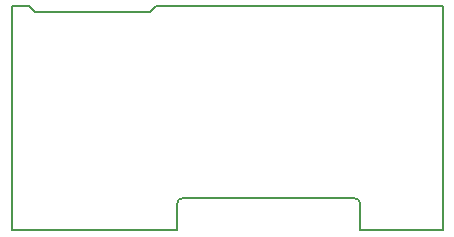
<source format=gm1>
%TF.GenerationSoftware,KiCad,Pcbnew,(6.0.1)*%
%TF.CreationDate,2024-03-07T18:11:34-08:00*%
%TF.ProjectId,Gamecube_SD2SP2PRO,47616d65-6375-4626-955f-534432535032,rev?*%
%TF.SameCoordinates,Original*%
%TF.FileFunction,Profile,NP*%
%FSLAX46Y46*%
G04 Gerber Fmt 4.6, Leading zero omitted, Abs format (unit mm)*
G04 Created by KiCad (PCBNEW (6.0.1)) date 2024-03-07 18:11:34*
%MOMM*%
%LPD*%
G01*
G04 APERTURE LIST*
%TA.AperFunction,Profile*%
%ADD10C,0.150000*%
%TD*%
G04 APERTURE END LIST*
D10*
X88064286Y-120000000D02*
X74064286Y-120000000D01*
X103564286Y-117750000D02*
X103564286Y-120000000D01*
X110564286Y-101000000D02*
X110564286Y-120000000D01*
X88564286Y-117250000D02*
G75*
G03*
X88064286Y-117750000I1J-500001D01*
G01*
X103564286Y-117750000D02*
G75*
G03*
X103064286Y-117250000I-500001J-1D01*
G01*
X75564286Y-101000000D02*
X76064286Y-101500000D01*
X76064286Y-101500000D02*
X85814286Y-101500000D01*
X74064286Y-120000000D02*
X74064286Y-101000000D01*
X103564286Y-120000000D02*
X110564286Y-120000000D01*
X86314286Y-101000000D02*
X110564286Y-101000000D01*
X103064286Y-117250000D02*
X88564286Y-117250000D01*
X85814286Y-101500000D02*
X86314286Y-101000000D01*
X74064286Y-101000000D02*
X75564286Y-101000000D01*
X88064286Y-117750000D02*
X88064286Y-120000000D01*
M02*

</source>
